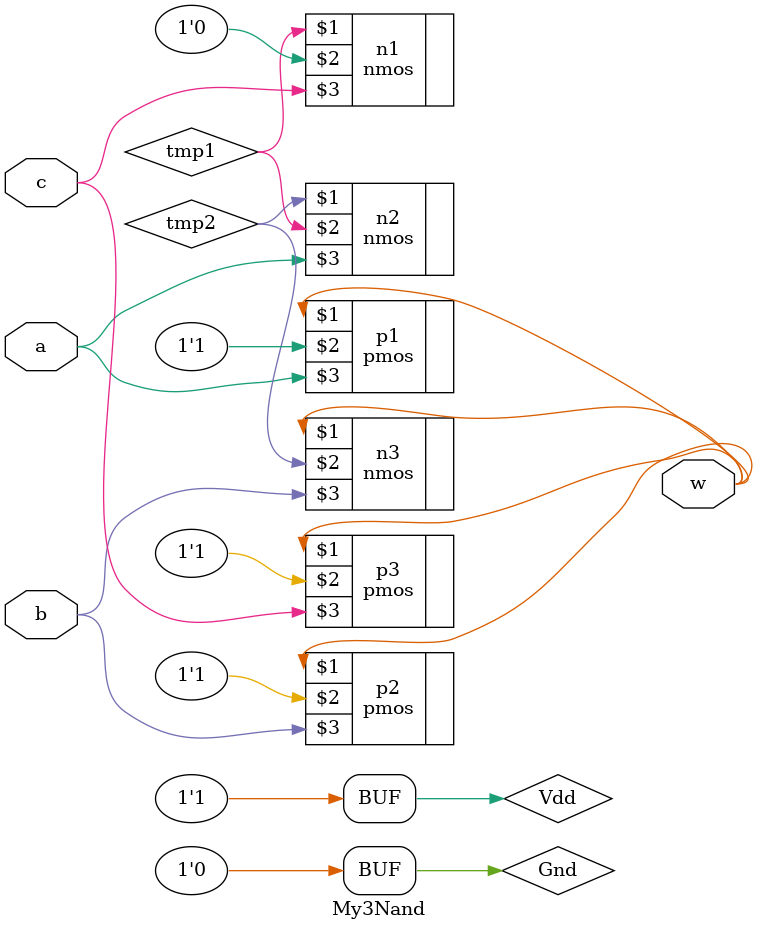
<source format=v>
`timescale 1ns/1ns

module MyInverter(input i, output o);
	supply1 Vdd;
	supply0 Gnd;
	pmos #(5, 6, 7) p(o, Vdd, i);
	nmos #(3, 4, 5) n(o, Gnd, i);
endmodule

module MyXor(input a, b, output w);
	wire a_bar, b_bar;
	MyInverter inverter1(a, a_bar), inverter2(b, b_bar);
	nmos #(3, 4, 5) n1(w, a_bar, b);
	nmos #(3, 4, 5) n2(w, a, b_bar);
endmodule

module MyNor(input a, b, output w);
	wire tmp;
	supply1 Vdd;
	supply0 Gnd;
	pmos #(5, 6, 7) p1(tmp, Vdd, a), p2(w, tmp, b);
	nmos #(3, 4, 5) n1(w, Gnd, a), n2(w, Gnd, b);
endmodule

module MyNand(input a, b, output w);
	wire tmp;
	supply1 Vdd;
	supply0 Gnd;
	pmos #(5, 6, 7) p1(w, Vdd, a), p2(w, Vdd, b);
	nmos #(3, 4, 5) n1(tmp, Gnd, b), n2(w, tmp, a);
endmodule

module My3Nand(input a, b ,c, output w);
	wire tmp1, tmp2;
	supply1 Vdd;
	supply0 Gnd;
	pmos #(5, 6, 7) p1(w, Vdd, a), p2(w, Vdd, b), p3(w, Vdd, c);
	nmos #(3, 4, 5) n1(tmp1, Gnd, c), n2(tmp2, tmp1, a), n3(w, tmp2, b);
endmodule
</source>
